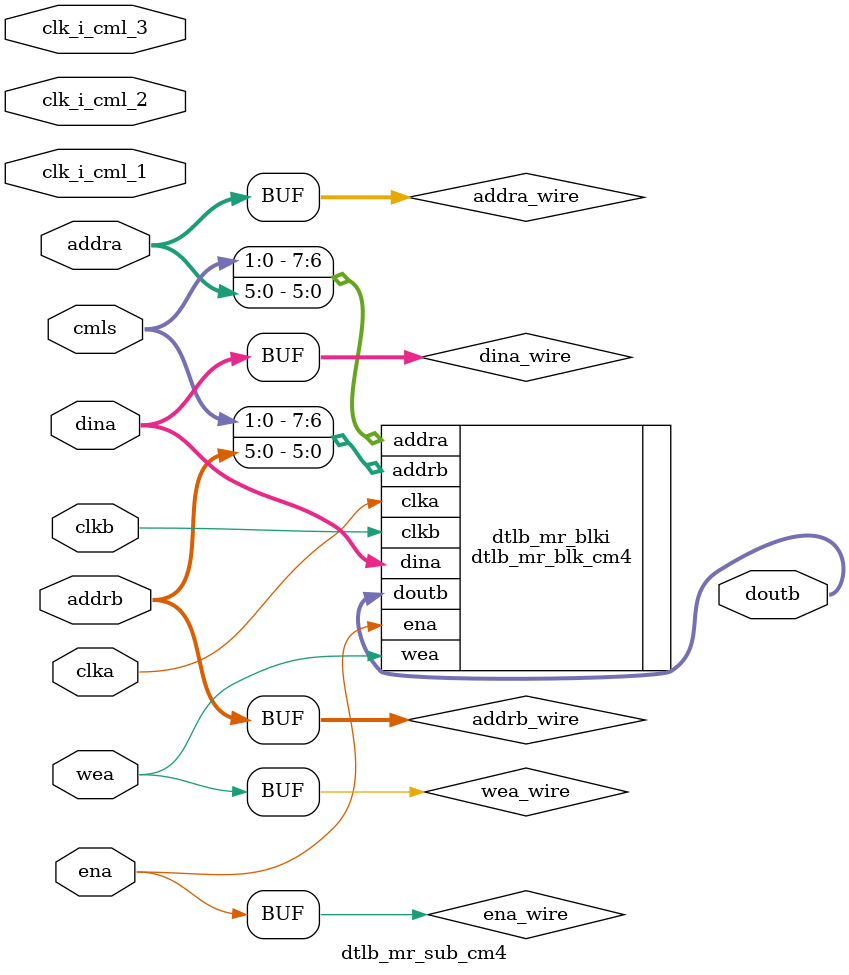
<source format=v>

/*******************************************************************************
*     This file is owned and controlled by Xilinx and must be used             *
*     solely for design, simulation, implementation and creation of            *
*     design files limited to Xilinx devices or technologies. Use              *
*     with non-Xilinx devices or technologies is expressly prohibited          *
*     and immediately terminates your license.                                 *
*                                                                              *
*     XILINX IS PROVIDING THIS DESIGN, CODE, OR INFORMATION "AS IS"            *
*     SOLELY FOR USE IN DEVELOPING PROGRAMS AND SOLUTIONS FOR                  *
*     XILINX DEVICES.  BY PROVIDING THIS DESIGN, CODE, OR INFORMATION          *
*     AS ONE POSSIBLE IMPLEMENTATION OF THIS FEATURE, APPLICATION              *
*     OR STANDARD, XILINX IS MAKING NO REPRESENTATION THAT THIS                *
*     IMPLEMENTATION IS FREE FROM ANY CLAIMS OF INFRINGEMENT,                  *
*     AND YOU ARE RESPONSIBLE FOR OBTAINING ANY RIGHTS YOU MAY REQUIRE         *
*     FOR YOUR IMPLEMENTATION.  XILINX EXPRESSLY DISCLAIMS ANY                 *
*     WARRANTY WHATSOEVER WITH RESPECT TO THE ADEQUACY OF THE                  *
*     IMPLEMENTATION, INCLUDING BUT NOT LIMITED TO ANY WARRANTIES OR           *
*     REPRESENTATIONS THAT THIS IMPLEMENTATION IS FREE FROM CLAIMS OF          *
*     INFRINGEMENT, IMPLIED WARRANTIES OF MERCHANTABILITY AND FITNESS          *
*     FOR A PARTICULAR PURPOSE.                                                *
*                                                                              *
*     Xilinx products are not intended for use in life support                 *
*     appliances, devices, or systems. Use in such applications are            *
*     expressly prohibited.                                                    *
*                                                                              *
*     (c) Copyright 1995-2009 Xilinx, Inc.                                     *
*     All rights reserved.                                                     *
*******************************************************************************/
// The synthesis directives "translate_off/translate_on" specified below are
// supported by Xilinx, Mentor Graphics and Synplicity synthesis
// tools. Ensure they are correct for your synthesis tool(s).

// You must compile the wrapper file dtlb_mr_blk.v when simulating
// the core, dtlb_mr_blk. When compiling the wrapper file, be sure to
// reference the XilinxCoreLib Verilog simulation library. For detailed
// instructions, please refer to the "CORE Generator Help".

`timescale 1ns/1ps

module dtlb_mr_sub_cm4(
		clk_i_cml_1,
		clk_i_cml_2,
		clk_i_cml_3,
		cmls,
		
	clka,
	ena,
	wea,
	addra,
	dina,
	clkb,
	addrb,
	doutb);


input clk_i_cml_1;
input clk_i_cml_2;
input clk_i_cml_3;
input [1:0] cmls;




input clka;
input ena;
input [0 : 0] wea;
input [5 : 0] addra;
input [13 : 0] dina;
input clkb;
input [5 : 0] addrb;
output [13 : 0] doutb;

wire ena_wire;
wire [0 : 0] wea_wire;
wire [5 : 0] addra_wire;
wire [13 : 0] dina_wire;
wire [5 : 0] addrb_wire;

assign ena_wire = ena;
assign wea_wire = wea;
assign addra_wire = addra;
assign dina_wire = dina;
assign addrb_wire = addrb;

dtlb_mr_blk_cm4 dtlb_mr_blki(
	.clka(clka),
	.ena(ena_wire),
	.wea(wea_wire),
	.addra({cmls, addra_wire}),
	.dina(dina_wire),
	.clkb(clkb),
	.addrb({cmls, addrb_wire}),
	.doutb(doutb));

endmodule



</source>
